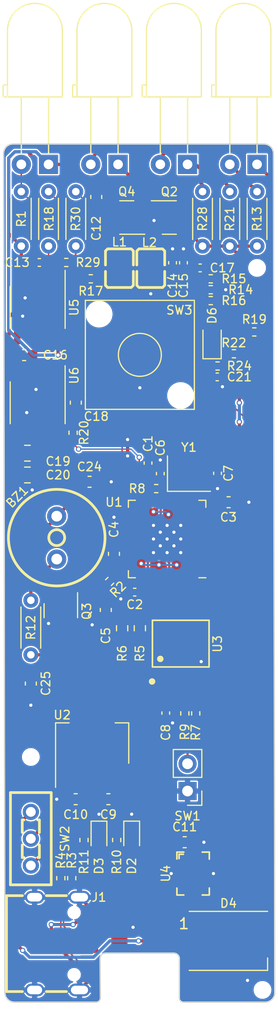
<source format=kicad_pcb>
(kicad_pcb (version 20221018) (generator pcbnew)
  (layers (0 "F.Cu" signal) (31 "B.Cu" signal) (34 "B.Paste" user) (35 "F.Paste" user) (36 "B.SilkS" user "B.Silkscreen") (37 "F.SilkS" user "F.Silkscreen") (38 "B.Mask" user) (39 "F.Mask" user) (44 "Edge.Cuts" user))
  (net 0 "")
  (net 1 "+BATT")
  (net 2 "GND")
  (net 3 "VDD")
  (net 4 "Net-(BZ1-+)")
  (net 5 "/MCU/dvdd")
  (net 6 "/MCU/avdd")
  (net 7 "Net-(U1-XIN)")
  (net 8 "Net-(C7-Pad2)")
  (net 9 "+5V")
  (net 10 "+3V3")
  (net 11 "/Light/irvdd")
  (net 12 "VSS")
  (net 13 "Net-(Q1-E)")
  (net 14 "Net-(U5A--)")
  (net 15 "Net-(C14-Pad1)")
  (net 16 "Net-(C17-Pad2)")
  (net 17 "Net-(U6-CAP+)")
  (net 18 "Net-(U6-CAP-)")
  (net 19 "Net-(D1-K)")
  (net 20 "Net-(D1-A)")
  (net 21 "Net-(D2-A)")
  (net 22 "Net-(D3-A)")
  (net 24 "/MCU/rgb-led")
  (net 25 "Net-(D5-A)")
  (net 26 "Net-(J1-CC1)")
  (net 27 "/MCU/d_usb+")
  (net 28 "/MCU/d_usb-")
  (net 30 "Net-(J1-CC2)")
  (net 32 "Net-(L1-Pad2)")
  (net 33 "/Light/IR_{tx}")
  (net 34 "/Audio/buzzer")
  (net 35 "Net-(Q3-D)")
  (net 36 "/Light/IR_{en}")
  (net 37 "/MCU/usb+")
  (net 38 "/MCU/usb-")
  (net 39 "/MCU/flash_cs")
  (net 40 "Net-(SW1-B)")
  (net 41 "Net-(U1-XOUT)")
  (net 42 "/Light/IR_{rx}")
  (net 43 "Net-(R17-Pad1)")
  (net 44 "/Light/IR_{osc}")
  (net 45 "Net-(U6-OSC)")
  (net 46 "/Audio/MIC_{clk}")
  (net 47 "/Audio/MIC_{data}")
  (net 60 "/MCU/flash_dio3")
  (net 61 "/MCU/flash_sclk")
  (net 62 "/MCU/flash_dio0")
  (net 63 "/MCU/flash_dio2")
  (net 64 "/MCU/flash_dio1")
  (net 66 "/Controls/sw1")
  (net 67 "/Controls/sw1-raw")
  (net 68 "Net-(D9-A)")
  (net 69 "Net-(R18-Pad2)")
  (net 70 "Net-(U5B--)")
  (footprint "Resistor_SMD:R_0402_1005Metric" (layer "F.Cu") (at 115.57 109.091 90)
    (fp_text reference "R3")
    (fp_text value "5.1k" hide)
  )
  (footprint "Resistor_THT:R_Axial_DIN0204_L3.6mm_D1.6mm_P5.08mm_Horizontal" (layer "F.Cu") (at 130.302 50.165 90)
    (fp_text reference "R21")
    (fp_text value "22" hide)
  )
  (footprint "Resistor_SMD:R_0402_1005Metric" (layer "F.Cu") (at 119.761 105.535 90)
    (fp_text reference "R10")
    (fp_text value "10k" hide)
  )
  (footprint "Capacitor_SMD:C_0402_1005Metric" (layer "F.Cu") (at 123.825 71.374 -90)
    (fp_text reference "C6")
    (fp_text value "30p" hide)
  )
  (footprint "Resistor_SMD:R_0402_1005Metric" (layer "F.Cu") (at 115.06 51.689)
    (fp_text reference "R29")
    (fp_text value "1k" hide)
  )
  (footprint "Capacitor_SMD:C_0603_1608Metric" (layer "F.Cu") (at 117.856 45.58 -90)
    (fp_text reference "C12")
    (fp_text value "10u" hide)
  )
  (footprint "Resistor_SMD:R_0402_1005Metric" (layer "F.Cu") (at 128.526 54.229)
    (fp_text reference "R14")
    (fp_text value "2k" hide)
  )
  (footprint "Capacitor_SMD:C_0603_1608Metric" (layer "F.Cu") (at 130.188 74.041)
    (fp_text reference "C3")
    (fp_text value "22u" hide)
  )
  (footprint "LED_THT:LED_D5.0mm_Horizontal_O6.35mm_Z3.0mm" (layer "F.Cu") (at 119.888 42.545 180)
    (fp_text reference "D9" hide)
    (fp_text value "IR333-A" hide)
  )
  (footprint "Connector_PinHeader_2.54mm:PinHeader_1x02_P2.54mm_Vertical" (layer "F.Cu") (at 126.365 100.965 180)
    (fp_text reference "SW1")
    (fp_text value "BOOT" hide)
  )
  (footprint "Capacitor_SMD:C_0603_1608Metric" (layer "F.Cu") (at 118.745 84.087 -90)
    (fp_text reference "C5")
    (fp_text value "22u" hide)
  )
  (footprint "LCSC:L1007" (layer "F.Cu") (at 122.936 52.222 -90)
    (fp_text reference "L2")
    (fp_text value "1mH" hide)
  )
  (footprint "Resistor_SMD:R_0402_1005Metric" (layer "F.Cu") (at 115.697 67.562 90)
    (fp_text reference "R20")
    (fp_text value "1k" hide)
  )
  (footprint "Capacitor_SMD:C_0402_1005Metric" (layer "F.Cu") (at 129.159 71.346 90)
    (fp_text reference "C7")
    (fp_text value "30p" hide)
  )
  (footprint "Resistor_THT:R_Axial_DIN0204_L3.6mm_D1.6mm_P5.08mm_Horizontal" (layer "F.Cu") (at 113.411 50.165 90)
    (fp_text reference "R18")
    (fp_text value "4.7k" hide)
  )
  (footprint "Resistor_SMD:R_0402_1005Metric" (layer "F.Cu") (at 116.713 105.535 -90)
    (fp_text reference "R11")
    (fp_text value "10k" hide)
  )
  (footprint "Package_SO:SOIC-8_3.9x4.9mm_P1.27mm" (layer "F.Cu") (at 112.395 64.77 -90)
    (fp_text reference "U6")
    (fp_text value "ICL7660" hide)
  )
  (footprint "Capacitor_SMD:C_0402_1005Metric" (layer "F.Cu") (at 121.44 82.423 180)
    (fp_text reference "C2")
    (fp_text value "10u" hide)
  )
  (footprint "Resistor_THT:R_Axial_DIN0204_L3.6mm_D1.6mm_P5.08mm_Horizontal" (layer "F.Cu") (at 111.76 83.185 -90)
    (fp_text reference "R12")
    (fp_text value "10" hide)
  )
  (footprint "Package_DFN_QFN:QFN-56-1EP_7x7mm_P0.4mm_EP3.2x3.2mm" (layer "F.Cu") (at 124.46 77.47 180)
    (fp_text reference "U1")
    (fp_text value "RP2040" hide)
  )
  (footprint "Diode_SMD:D_0603_1608Metric" (layer "F.Cu") (at 118.11 105.2575 -90)
    (fp_text reference "D3")
    (fp_text value "GREEN" hide)
  )
  (footprint "Resistor_THT:R_Axial_DIN0204_L3.6mm_D1.6mm_P5.08mm_Horizontal" (layer "F.Cu") (at 132.842 50.165 90)
    (fp_text reference "R13")
    (fp_text value "22" hide)
  )
  (footprint "Resistor_SMD:R_0402_1005Metric" (layer "F.Cu") (at 114.554 109.091 90)
    (fp_text reference "R4")
    (fp_text value "5.1k" hide)
  )
  (footprint "Resistor_SMD:R_0402_1005Metric" (layer "F.Cu") (at 119.105624 81.427376 -135)
    (fp_text reference "R2")
    (fp_text value "1" hide)
  )
  (footprint "Resistor_SMD:R_0402_1005Metric" (layer "F.Cu") (at 128.526 55.245)
    (fp_text reference "R16")
    (fp_text value "10k" hide)
  )
  (footprint "LED_THT:LED_D5.0mm_Horizontal_O6.35mm_Z3.0mm" (layer "F.Cu") (at 113.411 42.545 180)
    (fp_text reference "Q1" hide)
    (fp_text value "PT333-3B" hide)
  )
  (footprint "LCSC:ToolingHole" (layer "F.Cu") (at 111.76 97.79)
    (fp_text reference "H7" hide)
    (fp_text value "ToolingHole" hide)
  )
  (footprint "LCSC:L1007" (layer "F.Cu") (at 120.015 52.222 90)
    (fp_text reference "L1")
    (fp_text value "1mH" hide)
  )
  (footprint "Diode_SMD:D_0603_1608Metric" (layer "F.Cu") (at 121.158 105.2575 -90)
    (fp_text reference "D2")
    (fp_text value "RED" hide)
  )
  (footprint "Capacitor_SMD:C_0402_1005Metric" (layer "F.Cu") (at 125.984 51.717 90)
    (fp_text reference "C15")
    (fp_text value "6.8n" hide)
  )
  (footprint "Crystal:Crystal_SMD_3225-4Pin_3.2x2.5mm" (layer "F.Cu") (at 126.492 71.374)
    (fp_text reference "Y1")
    (fp_text value "X322512MSB4SI" hide)
  )
  (footprint "Capacitor_SMD:C_0603_1608Metric" (layer "F.Cu") (at 111.76 90.945 -90)
    (fp_text reference "C25")
    (fp_text value "22u" hide)
  )
  (footprint "Capacitor_SMD:C_0805_2012Metric" (layer "F.Cu") (at 111.44 69.469)
    (fp_text reference "C19")
    (fp_text value "22u" hide)
  )
  (footprint "Capacitor_SMD:C_0603_1608Metric" (layer "F.Cu") (at 115.938 101.727 180)
    (fp_text reference "C10")
    (fp_text value "22u" hide)
  )
  (footprint "Capacitor_SMD:C_0402_1005Metric" (layer "F.Cu") (at 112.55 51.689)
    (fp_text reference "C13")
    (fp_text value "1u" hide)
  )
  (footprint "LED_THT:LED_D5.0mm_Horizontal_O6.35mm_Z3.0mm" (layer "F.Cu") (at 132.842 42.545 180)
    (fp_text reference "D1" hide)
    (fp_text value "IR333-A" hide)
  )
  (footprint "Diode_SMD:D_SOD-323" (layer "F.Cu") (at 128.651 59.055 90)
    (fp_text reference "D6")
    (fp_text value "1N4148WS " hide)
  )
  (footprint "LCSC:ToolingHole" (layer "F.Cu") (at 132.842 52.197)
    (fp_text reference "H8" hide)
    (fp_text value "ToolingHole" hide)
  )
  (footprint "Capacitor_SMD:C_0402_1005Metric" (layer "F.Cu") (at 122.682 70.386 90)
    (fp_text reference "C1")
    (fp_text value "10u" hide)
  )
  (footprint "Package_TO_SOT_SMD:SOT-23" (layer "F.Cu") (at 124.6655 47.498)
    (fp_text reference "Q2")
    (fp_text value "AO3400A" hide)
  )
  (footprint "Resistor_THT:R_Axial_DIN0204_L3.6mm_D1.6mm_P5.08mm_Horizontal" (layer "F.Cu") (at 110.871 45.085 -90)
    (fp_text reference "R1")
    (fp_text value "1k" hide)
  )
  (footprint "LCSC:RubberButton" (layer "F.Cu") (at 121.92 60.300786)
    (fp_text reference "SW3")
    (fp_text value "SW_SPST" hide)
  )
  (footprint "Package_TO_SOT_SMD:SOT-223-3_TabPin2" (layer "F.Cu") (at 117.475 96.52 90)
    (fp_text reference "U2")
    (fp_text value "AMS1117-3.3" hide)
  )
  (footprint "Capacitor_SMD:C_0603_1608Metric" (layer "F.Cu") (at 111.138 60.325 180)
    (fp_text reference "C16")
    (fp_text value "10u" hide)
  )
  (footprint "LCSC:ToolingHole" (layer "F.Cu") (at 133.35 119.507)
    (fp_text reference "H5" hide)
    (fp_text value "ToolingHole" hide)
  )
  (footprint "Package_TO_SOT_SMD:SOT-23" (layer "F.Cu") (at 120.6985 47.498 180)
    (fp_text reference "Q4")
    (fp_text value "AO3401A" hide)
  )
  (footprint "Resistor_THT:R_Axial_DIN0204_L3.6mm_D1.6mm_P5.08mm_Horizontal" (layer "F.Cu") (at 127.762 50.165 90)
    (fp_text reference "R28")
    (fp_text value "22" hide)
  )
  (footprint "Capacitor_SMD:C_0402_1005Metric" (layer "F.Cu") (at 129.131 62.357 180)
    (fp_text reference "C21")
    (fp_text value "1n" hide)
  )
  (footprint "Resistor_SMD:R_0402_1005Metric" (layer "F.Cu") (at 132.586 58.166)
    (fp_text reference "R19")
    (fp_text value "15k" hide)
  )
  (footprint "Resistor_SMD:R_0402_1005Metric" (layer "F.Cu") (at 130.685 60.198)
    (fp_text reference "R22")
    (fp_text value "47k" hide)
  )
  (footprint "LED_THT:LED_D5.0mm_Horizontal_O6.35mm_Z3.0mm" (layer "F.Cu") (at 126.365 42.545 180)
    (fp_text reference "D5" hide)
    (fp_text value "IR333-A" hide)
  )
  (footprint "Resistor_SMD:R_0402_1005Metric" (layer "F.Cu") (at 126.111 93.728 90)
    (fp_text reference "R9")
    (fp_text value "47k" hide)
  )
  (footprint "Resistor_SMD:R_0402_1005Metric" (layer "F.Cu") (at 123.442 72.771 180)
    (fp_text reference "R8")
    (fp_text value "1k" hide)
  )
  (footprint "LCSC:MIC-SMD_8P-L3.0-W4.0-P0.85-BL" (layer "F.Cu") (at 126.873 108.659 90)
    (fp_text reference "U4")
    (fp_text value "GMA4030H11" hide)
  )
  (footprint "Package_TO_SOT_SMD:SOT-23" (layer "F.Cu") (at 114.554 84.1525 -90)
    (fp_text reference "Q3")
    (fp_text value "AO3400A" hide)
  )
  (footprint "Resistor_SMD:R_0402_1005Metric" (layer "F.Cu") (at 128.526 53.213 180)
    (fp_text reference "R15")
    (fp_text value "2k" hide)
  )
  (footprint "Capacitor_SMD:C_0805_2012Metric" (layer "F.Cu") (at 111.44 71.501)
    (fp_text reference "C20")
    (fp_text value "22u" hide)
  )
  (footprint "Capacitor_SMD:C_0402_1005Metric" (layer "F.Cu") (at 124.968 51.717 90)
    (fp_text reference "C14")
    (fp_text value "2.2n" hide)
  )
  (footprint "LED_SMD:LED_WS2812B_PLCC4_5.0x5.0mm_P3.2mm" (layer "F.Cu") (at 130.175 114.935)
    (fp_text reference "D4")
    (fp_text value "WS2812B" hide)
  )
  (footprint "Resistor_SMD:R_0402_1005Metric" (layer "F.Cu") (at 127.127 93.728 -90)
    (fp_text reference "R7")
    (fp_text value "1k" hide)
  )
  (footprint "Capacitor_SMD:C_0402_1005Metric" (layer "F.Cu") (at 127.536 52.197)
    (fp_text reference "C17")
    (fp_text value "33n" hide)
  )
  (footprint "Capacitor_SMD:C_0603_1608Metric" (layer "F.Cu") (at 115.951 64.757 -90)
    (fp_text reference "C18")
    (fp_text value "10u" hide)
  )
  (footprint "Capacitor_SMD:C_0603_1608Metric" (layer "F.Cu") (at 117.234 72.136)
    (fp_text reference "C24")
    (fp_text value "22u" hide)
  )
  (footprint "Capacitor_SMD:C_0603_1608Metric" (layer "F.Cu") (at 118.986 101.727 180)
    (fp_text reference "C9")
    (fp_text value "22u" hide)
  )
  (footprint "Resistor_SMD:R_0402_1005Metric" (layer "F.Cu") (at 117.346 53.213)
    (fp_text reference "R17")
    (fp_text value "1k" hide)
  )
  (footprint "LCSC:USB-C_SMD-TYPE-C-31-M-12" (layer "F.Cu") (at 114.5865 115.189 -90)
    (fp_text reference "J1")
    (fp_text value "USB_C_Receptacle_USB2.0" hide)
  )
  (footprint "LCSC:SOIC-8_L5.3-W5.3-P1.27-LS8.0-BL" (layer "F.Cu") (at 125.73 87.223)
    (fp_text reference "U3")
    (fp_text value "W25Q128JVS" hide)
  )
  (footprint "Capacitor_SMD:C_0603_1608Metric" (layer "F.Cu") (at 126.098 105.738)
    (fp_text reference "C11")
    (fp_text value "10u" hide)
  )
  (footprint "Resistor_SMD:R_0603_1608Metric" (layer "F.Cu") (at 121.92 85.789 90)
    (fp_text reference "R5")
    (fp_text value "27" hide)
  )
  (footprint "Package_SO:SOIC-8_3.9x4.9mm_P1.27mm" (layer "F.Cu") (at 112.395 55.88 -90)
    (fp_text reference "U5")
    (fp_text value "LM2904" hide)
  )
  (footprint "Capacitor_SMD:C_0603_1608Metric" (layer "F.Cu") (at 119.507 78.854 90)
    (fp_text reference "C4")
    (fp_text value "22u" hide)
  )
  (footprint "LCSC:BUZ-TH_BD9.0-P4.00-D0.6-FD" (layer "F.Cu") (at 114.173 77.343 -90)
    (fp_text reference "BZ1")
    (fp_text value "QMB-09B-03" hide)
  )
  (footprint "Capacitor_SMD:C_0402_1005Metric" (layer "F.Cu") (at 124.333 93.698 -90)
    (fp_text reference "C8")
    (fp_text value "10u" hide)
  )
  (footprint "Resistor_SMD:R_0402_1005Metric" (layer "F.Cu") (at 129.161 61.341)
    (fp_text reference "R24")
    (fp_text value "47k" hide)
  )
  (footprint "LCSC:SW-TH_DEALON_SS-12D01-GX" (layer "F.Cu") (at 111.76 105.41 -90)
    (fp_text reference "SW2")
    (fp_text value "SS-12D01-G3" hide)
  )
  (footprint "Resistor_THT:R_Axial_DIN0204_L3.6mm_D1.6mm_P5.08mm_Horizontal" (layer "F.Cu") (at 115.951 50.165 90)
    (fp_text reference "R30")
    (fp_text value "4.7k" hide)
  )
  (footprint "Resistor_SMD:R_0603_1608Metric" (layer "F.Cu") (at 120.269 85.789 90)
    (fp_text reference "R6")
    (fp_text value "27" hide)
  )
  (footprint "LCSC:2xAAA-Holder" (layer "B.Cu") (at 121.92 94.615)
    (fp_text reference "BT1")
    (fp_text value "Battery" hide)
    (fp_line (start -3.70479 21.970999) (end -3.683 25.654) (stroke (width 0.12)) (layer "Edge.Cuts"))
    (fp_line (start 3.175 21.463) (end -3.19679 21.462999) (stroke (width 0.12)) (layer "Edge.Cuts"))
    (fp_line (start 3.683 21.971) (end 3.683 25.654) (stroke (width 0.12)) (layer "Edge.Cuts"))
    (fp_arc (start -3.70479 21.970999) (mid -3.556 21.611789) (end -3.19679 21.462999) (stroke (width 0.12)) (layer "Edge.Cuts"))
    (fp_arc (start 3.175 21.463) (mid 3.53421 21.61179) (end 3.683 21.971) (stroke (width 0.12)) (layer "Edge.Cuts"))
  )
  (gr_arc (start 118.237 120.269) (mid 118.125408 120.538408) (end 117.856 120.65) (stroke (width 0.12)) (layer "Edge.Cuts"))
  (gr_line (start 109.347 119.761) (end 109.22 41.529) (stroke (width 0.12)) (layer "Edge.Cuts"))
  (gr_arc (start 109.22 41.529) (mid 109.480382 40.900382) (end 110.109 40.64) (stroke (width 0.12)) (layer "Edge.Cuts"))
  (gr_arc (start 133.477 40.64) (mid 134.105618 40.900382) (end 134.366 41.529) (stroke (width 0.12)) (layer "Edge.Cuts"))
  (gr_line (start 134.493 119.761) (end 134.366 41.529) (stroke (width 0.12)) (layer "Edge.Cuts"))
  (gr_arc (start 125.984 120.65) (mid 125.714592 120.538408) (end 125.603 120.269) (stroke (width 0.12)) (layer "Edge.Cuts"))
  (gr_arc (start 110.236 120.65) (mid 109.607382 120.389618) (end 109.347 119.761) (stroke (width 0.12)) (layer "Edge.Cuts"))
  (gr_arc (start 134.493 119.761) (mid 134.232618 120.389618) (end 133.604 120.65) (stroke (width 0.12)) (layer "Edge.Cuts"))
  (gr_line (start 110.236 120.65) (end 117.856 120.65) (stroke (width 0.12)) (layer "Edge.Cuts"))
  (gr_line (start 133.477 40.64) (end 110.109 40.64) (stroke (width 0.12)) (layer "Edge.Cuts"))
  (gr_line (start 125.984 120.65) (end 133.604 120.65) (stroke (width 0.12)) (layer "Edge.Cuts"))
  (segment (start 110.998 115.824) (end 110.294 115.12) (width 0.3) (layer "F.Cu") (net 1))
  (segment (start 110.294 115.12) (end 110.294 104.376) (width 0.3) (layer "F.Cu") (net 1))
  (segment (start 123.825 114.935) (end 121.793 114.935) (width 0.3) (layer "F.Cu") (net 1))
  (segment (start 110.294 104.376) (end 111.76 102.91) (width 0.3) (layer "F.Cu") (net 1))
  (via (at 121.793 114.935) (size 0.5) (drill 0.3) (layers "F.Cu" "B.Cu") (net 1))
  (via (at 110.998 115.824) (size 0.5) (drill 0.3) (layers "F.Cu" "B.Cu") (net 1))
  (segment (start 117.602 116.459) (end 111.633 116.459) (width 0.3) (layer "B.Cu") (net 1))
  (segment (start 121.793 114.935) (end 119.126 114.935) (width 0.3) (layer "B.Cu") (net 1))
  (segment (start 119.126 114.935) (end 117.602 116.459) (width 0.3) (layer "B.Cu") (net 1))
  (segment (start 111.633 116.459) (end 110.998 115.824) (width 0.3) (layer "B.Cu") (net 1))
  (segment (start 115.163 101.727) (end 114.173 101.727) (width 0.3) (layer "F.Cu") (net 2))
  (segment (start 111.76 91.72) (end 111.76 92.964) (width 0.3) (layer "F.Cu") (net 2))
  (segment (start 120.015 114.935) (end 121.285 113.665) (width 0.3) (layer "F.Cu") (net 2))
  (segment (start 112.39 71.501) (end 112.39 72.395) (width 0.3) (layer "F.Cu") (net 2))
  (segment (start 127.635 90.753) (end 127.635 88.9) (width 0.2) (layer "F.Cu") (net 2))
  (segment (start 127.99 71.826) (end 127.592 72.224) (width 0.3) (layer "F.Cu") (net 2))
  (segment (start 123.728 48.448) (end 123.728 48.2646) (width 0.3) (layer "F.Cu") (net 2))
  (segment (start 126.664 73.152) (end 127.592 72.224) (width 0.3) (layer "F.Cu") (net 2))
  (segment (start 117.0605 111.632) (end 116.2925 110.864) (width 0.3) (layer "F.Cu") (net 2))
  (segment (start 118.11 103.124) (end 118.11 101.828) (width 0.3) (layer "F.Cu") (net 2))
  (segment (start 123.627 69.906) (end 123.825 70.104) (width 0.3) (layer "F.Cu") (net 2))
  (segment (start 111.76 54.4576) (end 111.2266 54.991) (width 0.3) (layer "F.Cu") (net 2))
  (segment (start 111.76 66.0654) (end 111.379 65.6844) (width 0.3) (layer "F.Cu") (net 2))
  (segment (start 120.777 69.723) (end 120.777 68.199) (width 0.3) (layer "F.Cu") (net 2))
  (segment (start 115.163 99.682) (end 115.175 99.67) (width 0.3) (layer "F.Cu") (net 2))
  (segment (start 121.92 62.586786) (end 121.92 63.373) (width 0.2) (layer "F.Cu") (net 2))
  (segment (start 124.531 94.178) (end 124.968 94.615) (width 0.3) (layer "F.Cu") (net 2))
  (segment (start 123.728 48.2646) (end 123.2408 47.7774) (width 0.3) (layer "F.Cu") (net 2))
  (segment (start 112.39 69.469) (end 112.39 71.501) (width 0.3) (layer "F.Cu") (net 2))
  (segment (start 111.76 67.245) (end 111.76 68.839) (width 0.3) (layer "F.Cu") (net 2))
  (segment (start 118.745 84.862) (end 118.084 84.862) (width 0.3) (layer "F.Cu") (net 2))
  (segment (start 129.611 63.2662) (end 129.6162 63.2714) (width 0.3) (layer "F.Cu") (net 2))
  (segment (start 132.625 117.946) (end 131.953 118.618) (width 0.2) (layer "F.Cu") (net 2))
  (segment (start 129.036 54.229) (end 129.921 54.229) (width 0.3) (layer "F.Cu") (net 2))
  (segment (start 115.57 108.581) (end 116.074 108.581) (width 0.3) (layer "F.Cu") (net 2))
  (segment (start 117.0605 111.839) (end 117.0605 111.632) (width 0.3) (layer "F.Cu") (net 2))
  (segment (start 125.984 51.237) (end 124.968 51.237) (width 0.3) (layer "F.Cu") (net 2))
  (segment (start 129.159 71.826) (end 129.159 72.771) (width 0.3) (layer "F.Cu") (net 2))
  (segment (start 117.0605 118.239) (end 117.0605 118.746) (width 0.3) (layer "F.Cu") (net 2))
  (segment (start 125.46 73.532552) (end 125.840552 73.152) (width 0.3) (layer "F.Cu") (net 2))
  (segment (start 118.084 84.862) (end 117.475 85.471) (width 0.3) (layer "F.Cu") (net 2))
  (segment (start 123.825 70.894) (end 125.022 70.894) (width 0.3) (layer "F.Cu") (net 2))
  (segment (start 132.625 116.585) (end 132.625 117.946) (width 0.2) (layer "F.Cu") (net 2))
  (segment (start 119.507 78.079) (end 119.507 75.438) (width 0.3) (layer "F.Cu") (net 2))
  (segment (start 118.11 101.828) (end 118.211 101.727) (width 0.3) (layer "F.Cu") (net 2))
  (segment (start 123.825 70.894) (end 123.825 70.104) (width 0.3) (layer "F.Cu") (net 2))
  (segment (start 111.76 63.0428) (end 112.2426 63.5254) (width 0.3) (layer "F.Cu") (net 2))
  (segment (start 129.611 62.357) (end 129.611 63.2662) (width 0.3) (layer "F.Cu") (net 2))
  (segment (start 125.984 51.237) (end 125.984 50.419) (width 0.3) (layer "F.Cu") (net 2))
  (segment (start 122.682 69.906) (end 123.627 69.906) (width 0.3) (layer "F.Cu") (net 2))
  (segment (start 124.968 51.237) (end 124.968 50.419) (width 0.3) (layer "F.Cu") (net 2))
  (segment (start 125.46 74.0325) (end 125.46 73.532552) (width 0.3) (layer "F.Cu") (net 2))
  (segment (start 113.604 83.215) (end 113.604 85.151) (width 0.3) (layer "F.Cu") (net 2))
  (segment (start 125.840552 73.152) (end 126.664 73.152) (width 0.3) (layer "F.Cu") (net 2))
  (segment (start 115.163 101.727) (end 115.163 99.682) (width 0.3) (layer "F.Cu") (net 2))
  (segment (start 125.022 70.894) (end 125.392 70.524) (width 0.3) (layer "F.Cu") (net 2))
  (segment (start 111.76 68.839) (end 112.39 69.469) (width 0.3) (layer "F.Cu") (net 2))
  (segment (start 111.76 67.245) (end 111.76 66.0654) (width 0.3) (layer "F.Cu") (net 2))
  (segment (start 111.76 62.295) (end 111.76 63.0428) (width 0.3) (layer "F.Cu") (net 2))
  (segment (start 122.936 53.213) (end 122.936 54.61) (width 0.3) (layer "F.Cu") (net 2))
  (segment (start 130.963 74.041) (end 132.08 74.041) (width 0.2) (layer "F.Cu") (net 2))
  (segment (start 113.604 85.151) (end 113.411 85.344) (width 0.3) (layer "F.Cu") (net 2))
  (segment (start 120.96 82.423) (end 120.777 82.423) (width 0.3) (layer "F.Cu") (net 2))
  (segment (start 111.76 53.405) (end 111.76 54.4576) (width 0.3) (layer "F.Cu") (net 2))
  (segment (start 121.158 104.47) (end 121.158 103.124) (width 0.3) (layer "F.Cu") (net 2))
  (segment (start 112.39 72.395) (end 111.887 72.898) (width 0.3) (layer "F.Cu") (net 2))
  (segment (start 117.0605 118.746) (end 116.2925 119.514) (width 0.3) (layer "F.Cu") (net 2))
  (segment (start 129.159 71.826) (end 127.99 71.826) (width 0.3) (layer "F.Cu") (net 2))
  (segment (start 118.009 72.136) (end 119.253 72.136) (width 0.3) (layer "F.Cu") (net 2))
  (segment (start 118.11 104.47) (end 118.11 103.124) (width 0.3) (layer "F.Cu") (net 2))
  (segment (start 110.49 58.355) (end 110.49 57.2008) (width 0.3) (layer "F.Cu") (net 2))
  (segment (start 116.074 108.581) (end 116.2925 108.7995) (width 0.3) (layer "F.Cu") (net 2))
  (segment (start 114.554 108.581) (end 115.57 108.581) (width 0.3) (layer "F.Cu") (net 2))
  (segment (start 110.49 57.2008) (end 110.998 56.6928) (width 0.3) (layer "F.Cu") (net 2))
  (segment (start 124.333 94.178) (end 124.531 94.178) (width 0.3) (layer "F.Cu") (net 2))
  (segment (start 116.2925 108.7995) (end 116.2925 110.864) (width 0.3) (layer "F.Cu") (net 2))
  (segment (start 120.777 82.423) (end 120.142 83.058) (width 0.3) (layer "F.Cu") (net 2))
  (via (at 120.777 68.199) (size 0.5) (drill 0.3) (layers "F.Cu" "B.Cu") (net 2))
  (via (at 127.635 88.9) (size 0.5) (drill 0.3) (layers "F.Cu" "B.Cu") (net 2))
  (via (at 117.475 85.471) (size 0.5) (drill 0.3) (layers "F.Cu" "B.Cu") (net 2))
  (via (at 123.19 78.74) (size 0.5) (drill 0.3) (layers "F.Cu" "B.Cu") (net 2))
  (via (at 125.73 77.47) (size 0.5) (drill 0.3) (layers "F.Cu" "B.Cu") (net 2))
  (via (at 124.968 94.615) (size 0.5) (drill 0.3) (layers "F.Cu" "B.Cu") (net 2))
  (via (at 119.507 75.438) (size 0.5) (drill 0.3) (layers "F.Cu" "B.Cu") (net 2))
  (via (at 112.2426 63.5254) (size 0.5) (drill 0.3) (layers "F.Cu" "B.Cu") (net 2))
  (via (at 125.095 78.105) (size 0.5) (drill 0.3) (layers "F.Cu" "B.Cu") (net 2))
  (via (at 125.984 50.419) (size 0.5) (drill 0.3) (layers "F.Cu" "B.Cu") (net 2))
  (via (at 123.19 77.47) (size 0.5) (drill 0.3) (layers "F.Cu" "B.Cu") (net 2))
  (via (at 124.46 78.74) (size 0.5) (drill 0.3) (layers "F.Cu" "B.Cu") (net 2))
  (via (at 111.76 92.964) (size 0.5) (drill 0.3) (layers "F.Cu" "B.Cu") (net 2))
  (via (at 123.825 78.105) (size 0.5) (drill 0.3) (layers "F.Cu" "B.Cu") (net 2))
  (via (at 121.158 103.124) (size 0.5) (drill 0.3) (layers "F.Cu" "B.Cu") (net 2))
  (via (at 123.2408 47.7774) (size 0.5) (drill 0.3) (layers "F.Cu" "B.Cu") (net 2))
  (via (at 120.142 83.058) (size 0.5) (drill 0.3) (layers "F.Cu" "B.Cu") (net 2))
  (via (at 125.095 76.835) (size 0.5) (drill 0.3) (layers "F.Cu" "B.Cu") (net 2))
  (via (at 124.968 50.419) (size 0.5) (drill 0.3) (layers "F.Cu" "B.Cu") (net 2))
  (via (at 125.73 78.74) (size 0.5) (drill 0.3) (layers "F.Cu" "B.Cu") (net 2))
  (via (at 123.825 70.104) (size 0.5) (drill 0.3) (layers "F.Cu" "B.Cu") (net 2))
  (via (at 129.921 54.229) (size 0.5) (drill 0.3) (layers "F.Cu" "B.Cu") (net 2))
  (via (at 132.08 74.041) (size 0.5) (drill 0.3) (layers "F.Cu" "B.Cu") (net 2))
  (via (at 111.2266 54.991) (size 0.5) (drill 0.3) (layers "F.Cu" "B.Cu") (net 2))
  (via (at 127.889 105.738) (size 0.5) (drill 0.3) (layers "F.Cu" "B.Cu") (net 2))
  (via (at 128.778 108.659) (size 0.5) (drill 0.3) (layers "F.Cu" "B.Cu") (net 2))
  (via (at 129.6162 63.2714) (size 0.5) (drill 0.3) (layers "F.Cu" "B.Cu") (net 2))
  (via (at 113.411 85.344) (size 0.5) (drill 0.3) (layers "F.Cu" "B.Cu") (net 2))
  (via (at 125.73 76.2) (size 0.5) (drill 0.3) (layers "F.Cu" "B.Cu") (net 2))
  (via (at 131.953 118.618) (size 0.5) (drill 0.3) (layers "F.Cu" "B.Cu") (net 2))
  (via (at 119.253 72.136) (size 0.5) (drill 0.3) (layers "F.Cu" "B.Cu") (net 2))
  (via (at 111.887 72.898) (size 0.5) (drill 0.3) (layers "F.Cu" "B.Cu") (net 2))
  (via (at 124.841 108.659) (size 0.5) (drill 0.3) (layers "F.Cu" "B.Cu") (net 2))
  (via (at 123.19 76.2) (size 0.5) (drill 0.3) (layers "F.Cu" "B.Cu") (net 2))
  (via (at 121.285 113.665) (size 0.5) (drill 0.3) (layers "F.Cu" "B.Cu") (net 2))
  (via (at 124.46 77.47) (size 0.5) (drill 0.3) (layers "F.Cu" "B.Cu") (net 2))
  (via (at 129.159 72.771) (size 0.5) (drill 0.3) (layers "F.Cu" "B.Cu") (net 2))
  (via (at 114.173 101.727) (size 0.5) (drill 0.3) (layers "F.Cu" "B.Cu") (net 2))
  (via (at 120.777 69.723) (size 0.5) (drill 0.3) (layers "F.Cu" "B.Cu") (net 2))
  (via (at 121.92 63.373) (size 0.5) (drill 0.3) (layers "F.Cu" "B.Cu") (net 2))
  (via (at 122.936 54.61) (size 0.5) (drill 0.3) (layers "F.Cu" "B.Cu") (net 2))
  (via (at 111.379 65.6844) (size 0.5) (drill 0.3) (layers "F.Cu" "B.Cu") (net 2))
  (via (at 124.46 76.2) (size 0.5) (drill 0.3) (layers "F.Cu" "B.Cu") (net 2))
  (via (at 110.998 56.6928) (size 0.5) (drill 0.3) (layers "F.Cu" "B.Cu") (net 2))
  (via (at 118.11 103.124) (size 0.5) (drill 0.3) (layers "F.Cu" "B.Cu") (net 2))
  (via (at 123.825 76.835) (size 0.5) (drill 0.3) (layers "F.Cu" "B.Cu") (net 2))
  (segment (start 119.761 48.006) (end 120.8175 49.0625) (width 0.3) (layer "F.Cu") (net 3))
  (segment (start 114.173 75.343) (end 116.459 73.057) (width 0.3) (layer "F.Cu") (net 3))
  (segment (start 124.333 92.964) (end 124.333 93.218) (width 0.2) (layer "F.Cu") (net 3))
  (segment (start 124.079 105.791) (end 125.27 105.791) (width 0.2) (layer "F.Cu") (net 3))
  (segment (start 122.555 87.757) (end 122.555 91.186) (width 0.2) (layer "F.Cu") (net 3))
  (segment (start 111.76 90.17) (end 113.792 90.17) (width 0.3) (layer "F.Cu") (net 3))
  (segment (start 126.6595 49.0625) (end 127.762 50.165) (width 0.3) (layer "F.Cu") (net 3))
  (segment (start 130.302 50.165) (end 132.842 50.165) (width 0.3) (layer "F.Cu") (net 3))
  (segment (start 113.157 104.013) (end 113.157 102.0064) (width 0.3) (layer "F.Cu") (net 3))
  (segment (start 131.195 56.6928) (end 131.195 58.166) (width 0.3) (layer "F.Cu") (net 3))
  (segment (start 116.713 82.423) (end 119.507 79.629) (width 0.3) (layer "F.Cu") (net 3))
  (segment (start 131.191 66.548) (end 131.191 72.263) (width 0.3) (layer "F.Cu") (net 3))
  (segment (start 119.507 81.026) (end 119.466248 81.066752) (width 0.3) (layer "F.Cu") (net 3))
  (segment (start 123.825 86.487) (end 122.555 87.757) (width 0.2) (layer "F.Cu") (net 3))
  (segment (start 119.507 81.026) (end 120.904 81.026) (width 0.3) (layer "F.Cu") (net 3))
  (segment (start 124.079 111.887) (end 125.477 113.285) (width 0.2) (layer "F.Cu") (net 3))
  (segment (start 124.079 96.27) (end 124.079 105.791) (width 0.2) (layer "F.Cu") (net 3))
  (segment (start 125.353 94.238) (end 124.333 93.218) (width 0.2) (layer "F.Cu") (net 3))
  (segment (start 110.2614 99.1108) (end 110.2614 90.17) (width 0.3) (layer "F.Cu") (net 3))
  (segment (start 131.195 51.058) (end 131.195 56.6928) (width 0.3) (layer "F.Cu") (net 3))
  (segment (start 119.761 47.498) (end 119.761 48.006) (width 0.3) (layer "F.Cu") (net 3))
  (segment (start 131.195 58.166) (end 131.195 60.198) (width 0.3) (layer "F.Cu") (net 3))
  (segment (start 116.713 87.249) (end 116.713 82.423) (width 0.3) (layer "F.Cu") (net 3))
  (segment (start 113.792 90.17) (end 116.713 87.249) (width 0.3) (layer "F.Cu") (net 3))
  (segment (start 122.555 91.186) (end 124.333 92.964) (width 0.2) (layer "F.Cu") (net 3))
  (segment (start 131.191 72.263) (end 129.413 74.041) (width 0.3) (layer "F.Cu") (net 3))
  (segment (start 126.111 94.238) (end 124.079 96.27) (width 0.2) (layer "F.Cu") (net 3))
  (segment (start 119.507 79.629) (end 119.507 81.026) (width 0.3) (layer "F.Cu") (net 3))
  (segment (start 113.157 102.0064) (end 110.2614 99.1108) (width 0.3) (layer "F.Cu") (net 3))
  (segment (start 125.323 106.609) (end 125.323 105.738) (width 0.127) (layer "F.Cu") (net 3))
  (segment (start 126.111 94.238) (end 125.353 94.238) (width 0.2) (layer "F.Cu") (net 3))
  (segment (start 124.079 105.791) (end 124.079 111.887) (width 0.2) (layer "F.Cu") (net 3))
  (segment (start 132.076 58.166) (end 131.195 58.166) (width 0.3) (layer "F.Cu") (net 3))
  (segment (start 111.76 105.41) (end 113.157 104.013) (width 0.3) (layer "F.Cu") (net 3))
  (segment (start 129.413 74.041) (end 128.143 74.041) (width 0.2) (layer "F.Cu") (net 3))
  (segment (start 127.762 50.165) (end 130.302 50.165) (width 0.3) (layer "F.Cu") (net 3))
  (segment (start 110.2614 90.17) (end 111.76 90.17) (width 0.3) (layer "F.Cu") (net 3))
  (segment (start 116.459 73.057) (end 116.459 72.136) (width 0.3) (layer "F.Cu") (net 3))
  (segment (start 110.2614 79.3496) (end 114.173 75.438) (width 0.3) (layer "F.Cu") (net 3))
  (segment (start 120.8175 49.0625) (end 126.6595 49.0625) (width 0.3) (layer "F.Cu") (net 3))
  (segment (start 125.27 105.791) (end 125.323 105.738) (width 0.2) (layer "F.Cu") (net 3))
  (segment (start 126.448 107.734) (end 125.323 106.609) (width 0.127) (layer "F.Cu") (net 3))
  (segment (start 130.302 50.165) (end 131.195 51.058) (width 0.3) (layer "F.Cu") (net 3))
  (segment (start 131.195 60.198) (end 131.195 64.766) (width 0.3) (layer "F.Cu") (net 3))
  (segment (start 126.448 107.984) (end 126.448 107.734) (width 0.127) (layer "F.Cu") (net 3))
  (segment (start 123.825 83.693) (end 123.825 86.487) (width 0.2) (layer "F.Cu") (net 3))
  (segment (start 131.195 64.766) (end 131.191 64.77) (width 0.3) (layer "F.Cu") (net 3))
  (segment (start 110.2614 90.17) (end 110.2614 79.3496) (width 0.3) (layer "F.Cu") (net 3))
  (segment (start 125.477 113.285) (end 127.725 113.285) (width 0.2) (layer "F.Cu") (net 3))
  (via (at 131.191 64.77) (size 0.5) (drill 0.3) (layers "F.Cu" "B.Cu") (net 3))
  (via (at 131.191 66.548) (size 0.5) (drill 0.3) (layers "F.Cu" "B.Cu") (net 3))
  (via (at 123.698 79.883) (size 0.5) (drill 0.3) (layers "F.Cu" "B.Cu") (net 3))
  (via (at 123.19 74.93) (size 0.5) (drill 0.3) (layers "F.Cu" "B.Cu") (net 3))
  (via (at 125.349 79.883) (size 0.5) (drill 0.3) (layers "F.Cu" "B.Cu") (net 3))
  (via (at 124.587 75.184) (size 0.5) (drill 0.3) (layers "F.Cu" "B.Cu") (net 3))
  (via (at 122.047 79.756) (size 0.5) (drill 0.3) (layers "F.Cu" "B.Cu") (net 3))
  (segment (start 123.698 79.883) (end 122.174 79.883) (width 0.2) (layer "B.Cu") (net 3))
  (segment (start 131.191 64.77) (end 131.191 66.548) (width 0.3) (layer "B.Cu") (net 3))
  (segment (start 122.174 79.883) (end 122.047 79.756) (width 0.2) (layer "B.Cu") (net 3))
  (segment (start 124.333 74.93) (end 124.587 75.184) (width 0.2) (layer "B.Cu") (net 3))
  (segment (start 123.19 74.93) (end 124.333 74.93) (width 0.2) (layer "B.Cu") (net 3))
  (segment (start 123.698 79.883) (end 125.349 79.883) (width 0.2) (layer "B.Cu") (net 3))
  (segment (start 111.76 81.788) (end 111.76 83.185) (width 0.3) (layer "F.Cu") (net 4))
  (segment (start 114.173 79.375) (end 111.76 81.788) (width 0.3) (layer "F.Cu") (net 4))
  (segment (start 114.173 79.343) (end 114.173 79.375) (width 0.3) (layer "F.Cu") (net 4))
  (segment (start 124.255 79.297) (end 124.66 79.702) (width 0.2) (layer "F.Cu") (net 5))
  (segment (start 122.66 81.683) (end 121.92 82.423) (width 0.2) (layer "F.Cu") (net 5))
  (segment (start 123.014 79.297) (end 122.633 79.297) (width 0.2) (layer "F.Cu") (net 5))
  (segment (start 123.86 74.0325) (end 123.86 73.510945) (width 0.2) (layer "F.Cu") (net 5))
  (segment (start 124.66 79.702) (end 124.66 80.9075) (width 0.2) (layer "F.Cu") (net 5))
  (segment (start 122.467 73.318) (end 122.301 73.152) (width 0.2) (layer "F.Cu") (net 5))
  (segment (start 123.86 75.403) (end 123.86 74.0325) (width 0.2) (layer "F.Cu") (net 5))
  (segment (start 122.633 79.297) (end 122.633 75.643) (width 0.2) (layer "F.Cu") (net 5))
  (segment (start 122.633 75.643) (end 123.62 75.643) (width 0.2) (layer "F.Cu") (net 5))
  (segment (start 123.014 79.297) (end 124.255 79.297) (width 0.2) (layer "F.Cu") (net 5))
  (segment (start 122.66 80.9075) (end 122.66 79.324) (width 0.2) (layer "F.Cu") (net 5))
  (segment (start 122.66 79.324) (end 122.633 79.297) (width 0.2) (layer "F.Cu") (net 5))
  (segment (start 123.667055 73.318) (end 122.467 73.318) (width 0.2) (layer "F.Cu") (net 5))
  (segment (start 123.86 73.510945) (end 123.667055 73.318) (width 0.2) (layer "F.Cu") (net 5))
  (segment (start 122.682 71.628) (end 122.682 70.866) (width 0.2) (layer "F.Cu") (net 5))
  (segment (start 122.301 72.009) (end 122.682 71.628) (width 0.2) (layer "F.Cu") (net 5))
  (segment (start 123.62 75.643) (end 123.86 75.403) (width 0.2) (layer "F.Cu") (net 5))
  (segment (start 122.66 80.9075) (end 122.66 81.683) (width 0.2) (layer "F.Cu") (net 5))
  (segment (start 122.301 73.152) (end 122.301 72.009) (width 0.2) (layer "F.Cu") (net 5))
  (segment (start 121.86 81.467) (end 121.539 81.788) (width 0.2) (layer "F.Cu") (net 6))
  (segment (start 120.269 81.788) (end 118.745 83.312) (width 0.2) (layer "F.Cu") (net 6))
  (segment (start 121.86 80.9075) (end 121.86 81.467) (width 0.2) (layer "F.Cu") (net 6))
  (segment (start 121.539 81.788) (end 120.269 81.788) (width 0.2) (layer "F.Cu") (net 6))
  (segment (start 118.745 81.788) (end 118.745 83.312) (width 0.2) (layer "F.Cu") (net 6))
  (segment (start 124.802 72.224) (end 125.392 72.224) (width 0.127) (layer "F.Cu") (net 7))
  (segment (start 123.825 71.854) (end 124.432 71.854) (width 0.127) (layer "F.Cu") (net 7))
  (segment (start 125.06 72.556) (end 125.06 74.0325) (width 0.127) (layer "F.Cu") (net 7))
  (segment (start 124.432 71.854) (end 124.802 72.224) (width 0.127) (layer "F.Cu") (net 7))
  (segment (start 125.392 72.224) (end 125.06 72.556) (width 0.127) (layer "F.Cu") (net 7))
  (segment (start 123.527602 71.374) (end 126.742 71.374) (width 0.127) (layer "F.Cu") (net 8))
  (segment (start 129.159 70.866) (end 128.817 70.524) (width 0.127) (layer "F.Cu") (net 8))
  (segment (start 122.932 71.969602) (end 123.527602 71.374) (width 0.127) (layer "F.Cu") (net 8))
  (segment (start 122.932 72.771) (end 122.932 71.969602) (width 0.127) (layer "F.Cu") (net 8))
  (segment (start 128.817 70.524) (end 127.592 70.524) (width 0.127) (layer "F.Cu") (net 8))
  (segment (start 126.742 71.374) (end 127.592 70.524) (width 0.127) (layer "F.Cu") (net 8))
  (segment (start 117.0605 117.739) (end 117.0605 117.439) (width 0.3) (layer "F.Cu") (net 9))
  (segment (start 117.0605 112.939) (end 117.0605 112.639) (width 0.3) (layer "F.Cu") (net 9))
  (segment (start 117.9145 112.639) (end 119.164 111.3895) (width 0.3) (layer "F.Cu") (net 9))
  (segment (start 117.0605 112.639) (end 117.9145 112.639) (width 0.3) (layer "F.Cu") (net 9))
  (segment (start 115.697 113.411) (end 115.766516 113.411) (width 0.3) (layer "F.Cu") (net 9))
  (segment (start 116.238516 112.939) (end 117.0605 112.939) (width 0.3) (layer "F.Cu") (net 9))
  (segment (start 113.665 114.865484) (end 113.665 113.411) (width 0.3) (layer "F.Cu") (net 9))
  (segment (start 117.0605 117.439) (end 116.238516 117.439) (width 0.3) (layer "F.Cu") (net 9))
  (segment (start 115.766516 113.411) (end 116.238516 112.939) (width 0.3) (layer "F.Cu") (net 9))
  (segment (start 119.164 105.622) (end 119.761 105.025) (width 0.3) (layer "F.Cu") (net 9))
  (segment (start 116.238516 117.439) (end 113.665 114.865484) (width 0.3) (layer "F.Cu") (net 9))
  (segment (start 119.761 101.727) (end 119.761 105.025) (width 0.3) (layer "F.Cu") (net 9))
  (segment (start 119.164 111.3895) (end 119.164 105.622) (width 0.3) (layer "F.Cu") (net 9))
  (segment (start 119.761 101.727) (end 119.761 99.684) (width 0.3) (layer "F.Cu") (net 9))
  (segment (start 119.761 99.684) (end 119.775 99.67) (width 0.3) (layer "F.Cu") (net 9))
  (via (at 113.665 113.411) (size 0.5) (drill 0.3) (layers "F.Cu" "B.Cu") (net 9))
  (via (at 115.697 113.411) (size 0.5) (drill 0.3) (layers "F.Cu" "B.Cu") (net 9))
  (segment (start 113.665 113.411) (end 115.697 113.411) (width 0.3) (layer "B.Cu") (net 9))
  (segment (start 117.475 100.965) (end 116.713 101.727) (width 0.3) (layer "F.Cu") (net 10))
  (segment (start 117.475 99.67) (end 117.475 93.37) (width 0.3) (layer "F.Cu") (net 10))
  (segment (start 114.645 105.025) (end 111.76 107.91) (width 0.3) (layer "F.Cu") (net 10))
  (segment (start 117.475 99.67) (end 117.475 100.965) (width 0.3) (layer "F.Cu") (net 10))
  (segment (start 116.713 101.727) (end 116.713 105.025) (width 0.3) (layer "F.Cu") (net 10))
  (segment (start 116.713 105.025) (end 114.645 105.025) (width 0.3) (layer "F.Cu") (net 10))
  (segment (start 115.596 42.545) (end 113.411 42.545) (width 0.3) (layer "F.Cu") (net 11))
  (segment (start 126.996 51.558) (end 126.619 51.181) (width 0.127) (layer "F.Cu") (net 11))
  (segment (start 117.094 60.96) (end 116.459 60.325) (width 0.3) (layer "F.Cu") (net 11))
  (segment (start 114.3 67.245) (end 115.124 66.421) (width 0.3) (layer "F.Cu") (net 11))
  (segment (start 113.665 60.325) (end 111.913 60.325) (width 0.3) (layer "F.Cu") (net 11))
  (segment (start 114.3 58.355) (end 114.3 60.325) (width 0.3) (layer "F.Cu") (net 11))
  (segment (start 119.893 44.805) (end 121.636 46.548) (width 0.3) (layer "F.Cu") (net 11))
  (segment (start 116.459 60.325) (end 114.3 60.325) (width 0.3) (layer "F.Cu") (net 11))
  (segment (start 119.507 49.403) (end 118.618 48.514) (width 0.127) (layer "F.Cu") (net 11))
  (segment (start 115.124 66.421) (end 116.586 66.421) (width 0.3) (layer "F.Cu") (net 11))
  (segment (start 114.3 60.325) (end 113.665 60.325) (width 0.3) (layer "F.Cu") (net 11))
  (segment (start 129.036 51.947) (end 128.647 51.558) (width 0.127) (layer "F.Cu") (net 11))
  (segment (start 117.856 44.805) (end 115.596 42.545) (width 0.3) (layer "F.Cu") (net 11))
  (segment (start 128.647 51.558) (end 126.996 51.558) (width 0.127) (layer "F.Cu") (net 11))
  (segment (start 117.856 44.805) (end 118.618 44.805) (width 0.3) (layer "F.Cu") (net 11))
  (segment (start 126.619 51.181) (end 126.619 50.038) (width 0.127) (layer "F.Cu") (net 11))
  (segment (start 125.984 49.403) (end 119.507 49.403) (width 0.127) (layer "F.Cu") (net 11))
  (segment (start 117.094 65.913) (end 117.094 60.96) (width 0.3) (layer "F.Cu") (net 11))
  (segment (start 126.619 50.038) (end 125.984 49.403) (width 0.127) (layer "F.Cu") (net 11))
  (segment (start 118.618 48.514) (end 118.618 44.805) (width 0.127) (layer "F.Cu") (net 11))
  (segment (start 118.618 44.805) (end 119.893 44.805) (width 0.3) (layer "F.Cu") (net 11))
  (segment (start 116.586 66.421) (end 117.094 65.913) (width 0.3) (layer "F.Cu") (net 11))
  (segment (start 129.036 53.213) (end 129.036 51.947) (width 0.127) (layer "F.Cu") (net 11))
  (via (at 114.3 60.325) (size 0.5) (drill 0.3) (layers "F.Cu" "B.Cu") (net 11))
  (segment (start 112.014 60.325) (end 114.3 60.325) (width 0.3) (layer "B.Cu") (net 11))
  (segment (start 110.27 41.368) (end 109.694 41.944) (width 0.3) (layer "B.Cu") (net 11))
  (segment (start 109.694 41.944) (end 109.694 58.005) (width 0.3) (layer "B.Cu") (net 11))
  (segment (start 109.694 58.005) (end 112.014 60.325) (width 0.3) (layer "B.Cu") (net 11))
  (segment (start 112.234 41.368) (end 110.27 41.368) (width 0.3) (layer "B.Cu") (net 11))
  (segment (start 113.411 42.545) (end 112.234 41.368) (width 0.3) (layer "B.Cu") (net 11))
  (segment (start 117.094 45.593) (end 117.856 46.355) (width 0.3) (layer "F.Cu") (net 12))
  (segment (start 109.728 56.769) (end 109.728 59.69) (width 0.3) (layer "F.Cu") (net 12))
  (segment (start 112.141 43.629) (end 112.454 43.942) (width 0.3) (layer "F.Cu") (net 12))
  (segment (start 110.27 41.368) (end 111.472 41.368) (width 0.3) (layer "F.Cu") (net 12))
  (segment (start 110.49 53.405) (end 110.49 51.689) (width 0.3) (layer "F.Cu") (net 12))
  (segment (start 110.363 60.325) (end 109.728 60.96) (width 0.3) (layer "F.Cu") (net 12))
  (segment (start 112.454 43.942) (end 116.332 43.942) (width 0.3) (layer "F.Cu") (net 12))
  (segment (start 110.871 51.308) (end 110.871 50.165) (width 0.3) (layer "F.Cu") (net 12))
  (segment (start 111.472 41.368) (end 112.141 42.037) (width 0.3) (layer "F.Cu") (net 12))
  (segment (start 109.728 60.96) (end 109.728 64.135) (width 0.3) (layer "F.Cu") (net 12))
  (segment (start 110.49 67.245) (end 110.49 69.469) (width 0.3) (layer "F.Cu") (net 12))
  (segment (start 110.49 53.405) (end 110.49 56.007) (width 0.3) (layer "F.Cu") (net 12))
  (segment (start 109.694 48.988) (end 109.694 41.944) (width 0.3) (layer "F.Cu") (net 12))
  (segment (start 110.49 51.689) (end 110.871 51.308) (width 0.3) (layer "F.Cu") (net 12))
  (segment (start 110.49 64.897) (end 110.49 67.245) (width 0.3) (layer "F.Cu") (net 12))
  (segment (start 110.49 69.469) (end 110.49 71.501) (width 0.3) (layer "F.Cu") (net 12))
  (segment (start 110.49 56.007) (end 109.728 56.769) (width 0.3) (layer "F.Cu") (net 12))
  (segment (start 109.728 64.135) (end 110.49 64.897) (width 0.3) (layer "F.Cu") (net 12))
  (segment (start 116.332 43.942) (end 117.094 44.704) (width 0.3) (layer "F.Cu") (net 12))
  (segment (start 109.728 59.69) (end 110.363 60.325) (width 0.3) (layer "F.Cu") (net 12))
  (segment (start 117.094 44.704) (end 117.094 45.593) (width 0.3) (layer "F.Cu") (net 12))
  (segment (start 110.871 50.165) (end 109.694 48.988) (width 0.3) (layer "F.Cu") (net 12))
  (segment (start 109.694 41.944) (end 110.27 41.368) (width 0.3) (layer "F.Cu") (net 12))
  (segment (start 112.141 42.037) (end 112.141 43.629) (width 0.3) (layer "F.Cu") (net 12))
  (segment (start 110.871 42.545) (end 110.871 45.085) (width 0.127) (layer "F.Cu") (net 13))
  (segment (start 112.07 51.689) (end 112.07 46.284) (width 0.127) (layer "F.Cu") (net 13))
  (segment (start 112.07 46.284) (end 110.871 45.085) (width 0.127) (layer "F.Cu") (net 13))
  (segment (start 113.03 53.405) (end 113.03 51.689) (width 0.127) (layer "F.Cu") (net 14))
  (segment (start 113.03 51.689) (end 113.411 51.308) (width 0.127) (layer "F.Cu") (net 14))
  (segment (start 113.411 51.308) (end 113.411 50.165) (width 0.127) (layer "F.Cu") (net 14))
  (segment (start 120.015 53.213) (end 121.031 52.197) (width 0.127) (layer "F.Cu") (net 15))
  (segment (start 117.856 53.213) (end 120.015 53.213) (width 0.127) (layer "F.Cu") (net 15))
  (segment (start 124.968 52.197) (end 125.984 52.197) (width 0.127) (layer "F.Cu") (net 15))
  (segment (start 125.984 52.197) (end 127.056 52.197) (width 0.127) (layer "F.Cu") (net 15))
  (segment (start 121.031 52.197) (end 124.968 52.197) (width 0.127) (layer "F.Cu") (net 15))
  (segment (start 128.016 54.229) (end 128.016 55.245) (width 0.127) (layer "F.Cu") (net 16))
  (segment (start 128.016 53.213) (end 128.016 54.229) (width 0.127) (layer "F.Cu") (net 16))
  (segment (start 128.016 52.197) (end 128.016 53.213) (width 0.127) (layer "F.Cu") (net 16))
  (segment (start 113.385 63.982) (end 115.951 63.982) (width 0.3) (layer "F.Cu") (net 17))
  (segment (start 113.03 62.295) (end 113.03 63.627) (width 0.3) (layer "F.Cu") (net 17))
  (segment (start 113.03 63.627) (end 113.385 63.982) (width 0.3) (layer "F.Cu") (net 17))
  (segment (start 112.014 64.897) (end 115.316 64.897) (width 0.3) (layer "F.Cu") (net 18))
  (segment (start 115.316 64.897) (end 115.951 65.532) (width 0.3) (layer "F.Cu") (net 18))
  (segment (start 110.49 62.295) (end 110.49 63.373) (width 0.3) (layer "F.Cu") (net 18))
  (segment (start 110.49 63.373) (end 112.014 64.897) (width 0.3) (layer "F.Cu") (net 18))
  (segment (start 129.032 44.45) (end 129.032 47.498) (width 0.3) (layer "F.Cu") (net 19))
  (segment (start 129.032 47.498) (end 133.604 47.498) (width 0.3) (layer "F.Cu") (net 19))
  (segment (start 127.127 42.545) (end 129.032 44.45) (width 0.3) (layer "F.Cu") (net 19))
  (segment (start 125.603 47.498) (end 129.032 47.498) (width 0.3) (layer "F.Cu") (net 19))
  (segment (start 133.985 43.688) (end 132.842 42.545) (width 0.3) (layer "F.Cu") (net 19))
  (segment (start 133.985 47.117) (end 133.985 43.688) (width 0.3) (layer "F.Cu") (net 19))
  (segment (start 122.301 44.958) (end 125.095 44.958) (width 0.3) (layer "F.Cu") (net 19))
  (segment (start 126.365 42.545) (end 127.127 42.545) (width 0.3) (layer "F.Cu") (net 19))
  (segment (start 133.604 47.498) (end 133.985 47.117) (width 0.3) (layer "F.Cu") (net 19))
  (segment (start 125.095 44.958) (end 125.603 45.466) (width 0.3) (layer "F.Cu") (net 19))
  (segment (start 125.603 45.466) (end 125.603 47.498) (width 0.3) (layer "F.Cu") (net 19))
  (segment (start 119.888 42.545) (end 122.301 44.958) (width 0.3) (layer "F.Cu") (net 19))
  (segment (start 132.842 45.085) (end 130.302 42.545) (width 0.3) (layer "F.Cu") (net 20))
  (segment (start 119.761 106.045) (end 121.158 106.045) (width 0.127) (layer "F.Cu") (net 21))
  (segment (start 116.713 106.045) (end 118.11 106.045) (width 0.127) (layer "F.Cu") (net 22))
  (segment (start 132.715 78.486) (end 132.715 113.195) (width 0.127) (layer "F.Cu") (net 24))
  (segment (start 131.099 76.87) (end 132.715 78.486) (width 0.127) (layer "F.Cu") (net 24))
  (segment (start 127.8975 76.87) (end 131.099 76.87) (width 0.127) (layer "F.Cu") (net 24))
  (segment (start 132.715 113.195) (end 132.625 113.285) (width 0.127) (layer "F.Cu") (net 24))
  (segment (start 128.143 42.545) (end 128.143 41.656) (width 0.3) (layer "F.Cu") (net 25))
  (segment (start 124.587 41.148) (end 123.825 41.91) (width 0.3) (layer "F.Cu") (net 25))
  (segment (start 127.635 41.148) (end 124.587 41.148) (width 0.3) (layer "F.Cu") (net 25))
  (segment (start 130.302 45.085) (end 130.302 44.704) (width 0.3) (layer "F.Cu") (net 25))
  (segment (start 130.302 44.704) (end 128.143 42.545) (width 0.3) (layer "F.Cu") (net 25))
  (segment (start 128.143 41.656) (end 127.635 41.148) (width 0.3) (layer "F.Cu") (net 25))
  (segment (start 123.825 41.91) (end 123.825 42.545) (width 0.3) (layer "F.Cu") (net 25))
  (segment (start 115.209 113.939) (end 114.808 113.538) (width 0.127) (layer "F.Cu") (net 26))
  (segment (start 117.0605 113.939) (end 115.209 113.939) (width 0.127) (layer "F.Cu") (net 26))
  (segment (start 114.808 113.538) (end 114.808 110.363) (width 0.127) (layer "F.Cu") (net 26))
  (segment (start 114.808 110.363) (end 115.57 109.601) (width 0.127) (layer "F.Cu") (net 26))
  (segment (start 117.0605 115.939) (end 117.9105 115.939) (width 0.2) (layer "F.Cu") (net 27))
  (segment (start 117.9375 115.912) (end 117.9375 114.966) (width 0.2) (layer "F.Cu") (net 27))
  (segment (start 123.283 92.6125) (end 123.283 109.5665) (width 0.2) (layer "F.Cu") (net 27))
  (segment (start 121.92 87.326501) (end 121.4695 87.777001) (width 0.2) (layer "F.Cu") (net 27))
  (segment (start 117.9105 115.939) (end 117.9375 115.912) (width 0.2) (layer "F.Cu") (net 27))
  (segment (start 121.4695 90.799) (end 123.283 92.6125) (width 0.2) (layer "F.Cu") (net 27))
  (segment (start 123.283 109.5665) (end 117.9105 114.939) (width 0.2) (layer "F.Cu") (net 27))
  (segment (start 121.92 86.614) (end 121.92 87.326501) (width 0.2) (layer "F.Cu") (net 27))
  (segment (start 117.9375 114.966) (end 117.9105 114.939) (width 0.2) (layer "F.Cu") (net 27))
  (segment (start 121.4695 87.777001) (end 121.4695 90.799) (width 0.2) (layer "F.Cu") (net 27))
  (segment (start 117.9105 114.939) (end 117.0605 114.939) (width 0.2) (layer "F.Cu") (net 27))
  (segment (start 118.11 113.50499) (end 118.11 114.2395) (width 0.2) (layer "F.Cu") (net 28))
  (segment (start 118.11 114.2395) (end 117.9105 114.439) (width 0.2) (layer "F.Cu") (net 28))
  (segment (start 117.0605 114.439) (end 116.2105 114.439) (width 0.2) (layer "F.Cu") (net 28))
  (segment (start 117.9105 114.439) (end 117.0605 114.439) (width 0.2) (layer "F.Cu") (net 28))
  (segment (start 120.7195 87.777001) (end 120.7195 91.1285) (width 0.2) (layer "F.Cu") (net 28))
  (segment (start 122.53302 92.94202) (end 122.53302 109.08197) (width 0.2) (layer "F.Cu") (net 28))
  (segment (start 116.2105 114.439) (end 116.1835 114.466) (width 0.2) (layer "F.Cu") (net 28))
  (segment (start 120.7195 91.1285) (end 122.53302 92.94202) (width 0.2) (layer "F.Cu") (net 28))
  (segment (start 116.1835 114.466) (end 116.1835 115.412) (width 0.2) (layer "F.Cu") (net 28))
  (segment (start 120.269 87.326501) (end 120.7195 87.777001) (width 0.2) (layer "F.Cu") (net 28))
  (segment (start 122.53302 109.08197) (end 118.11 113.50499) (width 0.2) (layer "F.Cu") (net 28))
  (segment (start 116.2105 115.439) (end 117.0605 115.439) (width 0.2) (layer "F.Cu") (net 28))
  (segment (start 120.269 86.614) (end 120.269 87.326501) (width 0.2) (layer "F.Cu") (net 28))
  (segment (start 116.1835 115.412) (end 116.2105 115.439) (width 0.2) (layer "F.Cu") (net 28))
  (segment (start 114.554 115.2095) (end 114.554 109.601) (width 0.127) (layer "F.Cu") (net 30))
  (segment (start 117.0605 116.939) (end 116.2835 116.939) (width 0.127) (layer "F.Cu") (net 30))
  (segment (start 116.2835 116.939) (end 114.554 115.2095) (width 0.127) (layer "F.Cu") (net 30))
  (segment (start 120.015 51.231) (end 122.936 51.231) (width 0.127) (layer "F.Cu") (net 32))
  (segment (start 133.223 48.133) (end 124.99348 48.133) (width 0.127) (layer "F.Cu") (net 33))
  (segment (start 134.112 73.914) (end 134.112 49.022) (width 0.127) (layer "F.Cu") (net 33))
  (segment (start 127.8975 75.67) (end 132.356 75.67) (width 0.127) (layer "F.Cu") (net 33))
  (segment (start 123.728 46.86752) (end 123.728 46.548) (width 0.127) (layer "F.Cu") (net 33))
  (segment (start 134.112 49.022) (end 133.223 48.133) (width 0.127) (layer "F.Cu") (net 33))
  (segment (start 132.356 75.67) (end 134.112 73.914) (width 0.127) (layer "F.Cu") (net 33))
  (segment (start 124.99348 48.133) (end 123.728 46.86752) (width 0.127) (layer "F.Cu") (net 33))
  (segment (start 118.615 78.87) (end 115.504 81.981) (width 0.127) (layer "F.Cu") (net 34))
  (segment (start 121.0225 78.87) (end 118.615 78.87) (width 0.127) (layer "F.Cu") (net 34))
  (segment (start 115.504 83.215) (end 115.504 81.981) (width 0.127) (layer "F.Cu") (net 34))
  (segment (start 113.538 88.265) (end 111.76 88.265) (width 0.3) (layer "F.Cu") (net 35))
  (segment (start 114.554 85.09) (end 114.554 87.249) (width 0.3) (layer "F.Cu") (net 35))
  (segment (start 114.554 87.249) (end 113.538 88.265) (width 0.3) (layer "F.Cu") (net 35))
  (segment (start 122.7892 47.2948) (end 123.79384 47.2948) (width 0.127) (layer "F.Cu") (net 36))
  (segment (start 133.858 49.276) (end 133.858 52.959) (width 0.127) (layer "F.Cu") (net 36))
  (segment (start 133.858 52.959) (end 133.096 53.721) (width 0.127) (layer "F.Cu") (net 36))
  (segment (start 123.79384 47.2948) (end 124.656 48.15696) (width 0.127) (layer "F.Cu") (net 36))
  (segment (start 132.969 48.387) (end 133.858 49.276) (width 0.127) (layer "F.Cu") (net 36))
  (segment (start 121.636 48.448) (end 122.7892 47.2948) (width 0.127) (layer "F.Cu") (net 36))
  (segment (start 124.656 48.165625) (end 124.877375 48.387) (width 0.127) (layer "F.Cu") (net 36))
  (segment (start 132.121 75.27) (end 127.8975 75.27) (width 0.127) (layer "F.Cu") (net 36))
  (segment (start 124.656 48.15696) (end 124.656 48.165625) (width 0.127) (layer "F.Cu") (net 36))
  (segment (start 133.096 53.721) (end 133.096 58.166) (width 0.127) (layer "F.Cu") (net 36))
  (segment (start 124.877375 48.387) (end 132.969 48.387) (width 0.127) (layer "F.Cu") (net 36))
  (segment (start 133.096 58.166) (end 133.096 74.295) (width 0.127) (layer "F.Cu") (net 36))
  (segment (start 133.096 74.295) (end 132.121 75.27) (width 0.127) (layer "F.Cu") (net 36))
  (segment (start 123.46 80.9075) (end 123.46 82.481496) (width 0.2) (layer "F.Cu") (net 37))
  (segment (start 123.46 82.481496) (end 121.92 84.021496) (width 0.2) (layer "F.Cu") (net 37))
  (segment (start 121.92 84.021496) (end 121.92 84.964) (width 0.2) (layer "F.Cu") (net 37))
  (segment (start 123.06 80.9075) (end 123.06 81.912) (width 0.2) (layer "F.Cu") (net 38))
  (segment (start 123.06 81.912) (end 123.063 81.915) (width 0.2) (layer "F.Cu") (net 38))
  (segment (start 123.063 82.17) (end 120.269 84.964) (width 0.2) (layer "F.Cu") (net 38))
  (segment (start 123.063 81.915) (end 123.063 82.17) (width 0.2) (layer "F.Cu") (net 38))
  (segment (start 127.06 80.9075) (end 127.06 81.34) (width 0.127) (layer "F.Cu") (net 39))
  (segment (start 123.825 91.821) (end 123.825 90.753) (width 0.127) (layer "F.Cu") (net 39))
  (segment (start 127.06 81.34) (end 127.254 81.534) (width 0.127) (layer "F.Cu") (net 39))
  (segment (start 127.127 93.218) (end 127.762 93.218) (width 0.127) (layer "F.Cu") (net 39))
  (segment (start 126.111 93.218) (end 127.127 93.218) (width 0.127) (layer "F.Cu") (net 39))
  (segment (start 128.524 81.534) (end 128.905 81.915) (width 0.127) (layer "F.Cu") (net 39))
  (segment (start 128.905 92.075) (end 127.762 93.218) (width 0.127) (layer "F.Cu") (net 39))
  (segment (start 125.222 93.218) (end 126.111 93.218) (width 0.127) (layer "F.Cu") (net 39))
  (segment (start 127.254 81.534) (end 128.524 81.534) (width 0.127) (layer "F.Cu") (net 39))
  (segment (start 128.905 81.915) (end 128.905 92.075) (width 0.127) (layer "F.Cu") (net 39))
  (segment (start 125.222 93.218) (end 123.825 91.821) (width 0.127) (layer "F.Cu") (net 39))
  (segment (start 127.127 96.266) (end 127.127 94.238) (width 0.2) (layer "F.Cu") (net 40))
  (segment (start 126.365 98.425) (end 126.365 97.028) (width 0.2) (layer "F.Cu") (net 40))
  (segment (start 126.365 97.028) (end 127.127 96.266) (width 0.2) (layer "F.Cu") (net 40))
  (segment (start 124.66 73.479) (end 123.952 72.771) (width 0.127) (layer "F.Cu") (net 41))
  (segment (start 124.66 74.0325) (end 124.66 73.479) (width 0.127) (layer "F.Cu") (net 41))
  (segment (start 118.491 64.008) (end 118.491 59.817) (width 0.127) (layer "F.Cu") (net 42))
  (segment (start 121.539 56.769) (end 128.397 56.769) (width 0.127) (layer "F.Cu") (net 42))
  (segment (start 121.0225 78.47) (end 120.507 78.47) (width 0.127) (layer "F.Cu") (net 42))
  (segment (start 120.507 78.47) (end 120.269 78.232) (width 0.127) (layer "F.Cu") (net 42))
  (segment (start 118.491 59.817) (end 121.539 56.769) (width 0.127) (layer "F.Cu") (net 42))
  (segment (start 120.269 78.232) (end 120.269 65.786) (width 0.127) (layer "F.Cu") (net 42))
  (segment (start 120.269 65.786) (end 118.491 64.008) (width 0.127) (layer "F.Cu") (net 42))
  (segment (start 128.397 56.769) (end 129.036 56.13) (width 0.127) (layer "F.Cu") (net 42))
  (segment (start 129.036 56.13) (end 129.036 55.245) (width 0.127) (layer "F.Cu") (net 42))
  (segment (start 116.8415 53.2115) (end 113.03 57.023) (width 0.127) (layer "F.Cu") (net 43))
  (segment (start 113.03 57.023) (end 113.03 58.355) (width 0.127) (layer "F.Cu") (net 43))
  (segment (start 115.951 45.085) (end 116.8415 45.9755) (width 0.127) (layer "F.Cu") (net 43))
  (segment (start 116.8415 45.9755) (end 116.8415 53.2115) (width 0.127) (layer "F.Cu") (net 43))
  (segment (start 115.697 68.58) (end 116.205 69.088) (width 0.127) (layer "F.Cu") (net 44))
  (segment (start 115.697 68.072) (end 115.697 68.58) (width 0.127) (layer "F.Cu") (net 44))
  (segment (start 121.86 74.0325) (end 121.86 69.85) (width 0.127) (layer "F.Cu") (net 44))
  (via (at 121.86 69.85) (size 0.5) (drill 0.3) (layers "F.Cu" "B.Cu") (net 44))
  (via (at 116.205 69.088) (size 0.5) (drill 0.3) (layers "F.Cu" "B.Cu") (net 44))
  (segment (start 121.098 69.088) (end 116.205 69.088) (width 0.127) (layer "B.Cu") (net 44))
  (segment (start 121.86 69.85) (end 121.098 69.088) (width 0.127) (layer "B.Cu") (net 44))
  (segment (start 115.062 67.31) (end 115.062 68.199) (width 0.127) (layer "F.Cu") (net 45))
  (segment (start 115.697 67.052) (end 115.32 67.052) (width 0.127) (layer "F.Cu") (net 45))
  (segment (start 115.32 67.052) (end 115.062 67.31) (width 0.127) (layer "F.Cu") (net 45))
  (segment (start 113.03 68.072) (end 113.03 67.245) (width 0.127) (layer "F.Cu") (net 45))
  (segment (start 113.665 68.707) (end 113.03 68.072) (width 0.127) (layer "F.Cu") (net 45))
  (segment (start 115.062 68.199) (end 114.554 68.707) (width 0.127) (layer "F.Cu") (net 45))
  (segment (start 114.554 68.707) (end 113.665 68.707) (width 0.127) (layer "F.Cu") (net 45))
  (segment (start 130.937 80.518) (end 129.689 79.27) (width 0.127) (layer "F.Cu") (net 46))
  (segment (start 127.7135 109.9995) (end 128.5135 109.9995) (width 0.127) (layer "F.Cu") (net 46))
  (segment (start 127.298 109.334) (end 127.298 109.584) (width 0.127) (layer "F.Cu") (net 46))
  (segment (start 127.298 109.584) (end 127.7135 109.9995) (width 0.127) (layer "F.Cu") (net 46))
  (segment (start 129.413 109.1) (end 129.413 106.3741) (width 0.127) (layer "F.Cu") (net 46))
  (segment (start 130.937 104.8501) (end 130.937 80.518) (width 0.127) (layer "F.Cu") (net 46))
  (segment (start 129.413 106.3741) (end 130.937 104.8501) (width 0.127) (layer "F.Cu") (net 46))
  (segment (start 128.5135 109.9995) (end 129.413 109.1) (width 0.127) (layer "F.Cu") (net 46))
  (segment (start 129.689 79.27) (end 127.8975 79.27) (width 0.127) (layer "F.Cu") (net 46))
  (segment (start 129.327 79.67) (end 127.8975 79.67) (width 0.127) (layer "F.Cu") (net 47))
  (segment (start 130.384 104.648) (end 130.384 80.727) (width 0.127) (layer "F.Cu") (net 47))
  (segment (start 127.298 107.734) (end 130.384 104.648) (width 0.127) (layer "F.Cu") (net 47))
  (segment (start 127.298 107.984) (end 127.298 107.734) (width 0.127) (layer "F.Cu") (net 47))
  (segment (start 130.384 80.727) (end 129.327 79.67) (width 0.127) (layer "F.Cu") (net 47))
  (segment (start 125.06 83.658) (end 125.095 83.693) (width 0.127) (layer "F.Cu") (net 60))
  (segment (start 125.06 80.9075) (end 125.06 83.658) (width 0.127) (layer "F.Cu") (net 60))
  (segment (start 125.46 81.978) (end 126.365 82.883) (width 0.127) (layer "F.Cu") (net 61))
  (segment (start 125.46 80.9075) (end 125.46 81.978) (width 0.127) (layer "F.Cu") (net 61))
  (segment (start 126.365 82.883) (end 126.365 83.693) (width 0.127) (layer "F.Cu") (net 61))
  (segment (start 127.381 82.296) (end 127.635 82.55) (width 0.127) (layer "F.Cu") (net 62))
  (segment (start 126.365 82.296) (end 127.381 82.296) (width 0.127) (layer "F.Cu") (net 62))
  (segment (start 125.86 81.791) (end 126.365 82.296) (width 0.127) (layer "F.Cu") (net 62))
  (segment (start 127.635 82.55) (end 127.635 83.693) (width 0.127) (layer "F.Cu") (net 62))
  (segment (start 125.86 80.9075) (end 125.86 81.791) (width 0.127) (layer "F.Cu") (net 62))
  (segment (start 128.143 82.423) (end 128.143 87.376) (width 0.127) (layer "F.Cu") (net 63))
  (segment (start 126.26 81.81) (end 126.492 82.042) (width 0.127) (layer "F.Cu") (net 63))
  (segment (start 126.365 89.154) (end 126.365 90.753) (width 0.127) (layer "F.Cu") (net 63))
  (segment (start 126.492 82.042) (end 127.762 82.042) (width 0.127) (layer "F.Cu") (net 63))
  (segment (start 127.762 82.042) (end 128.143 82.423) (width 0.127) (layer "F.Cu") (net 63))
  (segment (start 128.143 87.376) (end 126.365 89.154) (width 0.127) (layer "F.Cu") (net 63))
  (segment (start 126.26 80.9075) (end 126.26 81.81) (width 0.127) (layer "F.Cu") (net 63))
  (segment (start 125.476 92.456) (end 128.016 92.456) (width 0.127) (layer "F.Cu") (net 64))
  (segment (start 128.524 82.169) (end 128.143 81.788) (width 0.127) (layer "F.Cu") (net 64))
  (segment (start 126.746 81.788) (end 126.66 81.702) (width 0.127) (layer "F.Cu") (net 64))
  (segment (start 128.016 92.456) (end 128.524 91.948) (width 0.127) (layer "F.Cu") (net 64))
  (segment (start 126.66 81.702) (end 126.66 80.9075) (width 0.127) (layer "F.Cu") (net 64))
  (segment (start 125.095 90.753) (end 125.095 92.075) (width 0.127) (layer "F.Cu") (net 64))
  (segment (start 125.095 92.075) (end 125.476 92.456) (width 0.127) (layer "F.Cu") (net 64))
  (segment (start 128.524 91.948) (end 128.524 82.169) (width 0.127) (layer "F.Cu") (net 64))
  (segment (start 128.143 81.788) (end 126.746 81.788) (width 0.127) (layer "F.Cu") (net 64))
  (segment (start 128.651 60.105) (end 128.651 61.341) (width 0.127) (layer "F.Cu") (net 66))
  (segment (start 128.651 62.357) (end 128.651 63.119) (width 0.127) (layer "F.Cu") (net 66))
  (segment (start 128.651 63.119) (end 132.715 67.183) (width 0.127) (layer "F.Cu") (net 66))
  (segment (start 132.715 74.061488) (end 131.906488 74.87) (width 0.127) (layer "F.Cu") (net 66))
  (segment (start 131.906488 74.87) (end 127.8975 74.87) (width 0.127) (layer "F.Cu") (net 66))
  (segment (start 128.651 61.341) (end 128.651 62.357) (width 0.127) (layer "F.Cu") (net 66))
  (segment (start 132.715 67.183) (end 132.715 74.061488) (width 0.127) (layer "F.Cu") (net 66))
  (segment (start 130.175 60.837) (end 129.671 61.341) (width 0.127) (layer "F.Cu") (net 67))
  (segment (start 130.175 60.198) (end 130.175 60.837) (width 0.127) (layer "F.Cu") (net 67))
  (segment (start 121.92 58.014786) (end 121.92 57.531) (width 0.2) (layer "F.Cu") (net 67))
  (segment (start 130.175 59.529) (end 128.651 58.005) (width 0.127) (layer "F.Cu") (net 67))
  (segment (start 121.92 57.531) (end 128.27 57.531) (width 0.2) (layer "F.Cu") (net 67))
  (segment (start 130.175 60.198) (end 130.175 59.529) (width 0.127) (layer "F.Cu") (net 67))
  (segment (start 128.27 57.531) (end 128.651 58.005) (width 0.2) (layer "F.Cu") (net 67))
  (segment (start 122.428 43.942) (end 121.793 43.307) (width 0.3) (layer "F.Cu") (net 68))
  (segment (start 121.793 43.307) (end 121.793 41.783) (width 0.3) (layer "F.Cu") (net 68))
  (segment (start 121.158 41.148) (end 118.237 41.148) (width 0.3) (layer "F.Cu") (net 68))
  (segment (start 118.237 41.148) (end 117.348 42.037) (width 0.3) (layer "F.Cu") (net 68))
  (segment (start 121.793 41.783) (end 121.158 41.148) (width 0.3) (layer "F.Cu") (net 68))
  (segment (start 127.254 43.942) (end 122.428 43.942) (width 0.3) (layer "F.Cu") (net 68))
  (segment (start 127.762 44.45) (end 127.254 43.942) (width 0.3) (layer "F.Cu") (net 68))
  (segment (start 127.762 45.085) (end 127.762 44.45) (width 0.3) (layer "F.Cu") (net 68))
  (segment (start 117.348 42.037) (end 117.348 42.545) (width 0.3) (layer "F.Cu") (net 68))
  (segment (start 114.55 52.074) (end 114.55 51.689) (width 0.127) (layer "F.Cu") (net 69))
  (segment (start 114.3 52.324) (end 114.55 52.074) (width 0.127) (layer "F.Cu") (net 69))
  (segment (start 114.55 46.224) (end 114.55 51.689) (width 0.127) (layer "F.Cu") (net 69))
  (segment (start 114.3 53.405) (end 114.3 52.324) (width 0.127) (layer "F.Cu") (net 69))
  (segment (start 113.411 45.085) (end 114.55 46.224) (width 0.127) (layer "F.Cu") (net 69))
  (segment (start 115.57 51.308) (end 115.57 51.689) (width 0.127) (layer "F.Cu") (net 70))
  (segment (start 115.57 53.848) (end 111.76 57.658) (width 0.127) (layer "F.Cu") (net 70))
  (segment (start 111.76 57.658) (end 111.76 58.355) (width 0.127) (layer "F.Cu") (net 70))
  (segment (start 115.951 50.927) (end 115.57 51.308) (width 0.127) (layer "F.Cu") (net 70))
  (segment (start 115.57 51.689) (end 115.57 53.848) (width 0.127) (layer "F.Cu") (net 70))
  (segment (start 115.951 50.165) (end 115.951 50.927) (width 0.127) (layer "F.Cu") (net 70))
  (zone (net 3) (net_name "VDD") (layer "F.Cu") (name "RP2040-VDD") (priority 2) (connect_pads yes (clearance 0.127)) (min_thickness 0.127) (fill yes (thermal_gap 0.5) (thermal_bridge_width 0.5))
    (polygon (pts (xy 120.396 73.406) (xy 128.524 73.406) (xy 128.524 81.534) (xy 124.46 81.534) (xy 124.46 84.836) (xy 123.444 84.836) (xy 123.444 82.931) (xy 123.698 82.677) (xy 123.698 81.534) (xy 120.396 81.534)))
  )
  (zone (net 2) (net_name "GND") (layer "F.Cu") (name "GND-Mic") (priority 1) (connect_pads yes (clearance 0.127)) (min_thickness 0.127) (fill yes (thermal_gap 0.5) (thermal_bridge_width 0.5))
    (polygon (pts (xy 124.46 104.214) (xy 124.46 111.199) (xy 129.032 111.199) (xy 129.032 104.214)))
  )
  (zone (net 2) (net_name "GND") (layer "B.Cu") (name "GND") (connect_pads (clearance 0.127)) (min_thickness 0.127) (fill yes (thermal_gap 0.127) (thermal_bridge_width 0.5))
    (polygon (pts (xy 109.22 40.64) (xy 134.366 40.64) (xy 134.493 120.65) (xy 109.347 120.65)))
  )
)
</source>
